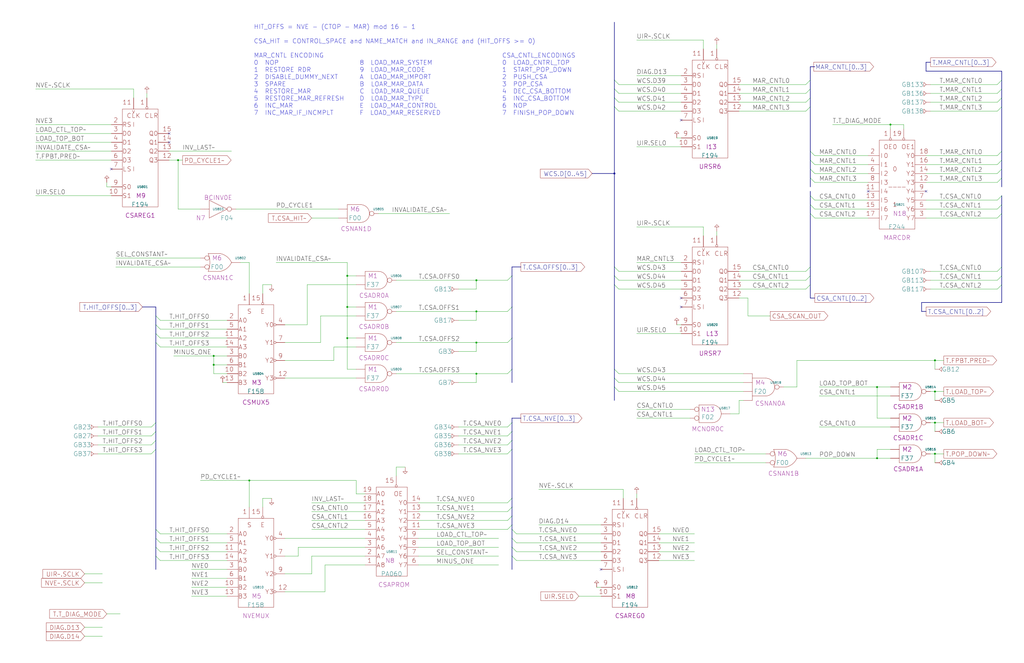
<source format=kicad_sch>
(kicad_sch (version 20211123) (generator eeschema)
  (paper "User" 584.2 378.46)
  (title_block (title "WRITABLE CONTROL STORE\\nCSA CONTROL") (date "15-MAR-90") (rev "1.0") (comment 1 "TYPE") (comment 2 "232-003062") (comment 3 "S400") (comment 4 "RELEASED"))
  (junction (at 198.12 157.48))
  (junction (at 271.78 160.02))
  (junction (at 271.78 195.58))
  (junction (at 142.24 274.32))
  (junction (at 198.12 175.26))
  (junction (at 121.92 208.28))
  (junction (at 271.78 213.36))
  (junction (at 198.12 193.04))
  (junction (at 271.78 177.8))
  (junction (at 350.52 99.06))
  (junction (at 121.92 203.2))
  (junction (at 533.4 205.74))
  (junction (at 533.4 241.3))
  (junction (at 533.4 259.08))
  (junction (at 500.38 261.62))
  (junction (at 508 71.12))
  (junction (at 533.4 223.52))
  (junction (at 101.6 91.44))
  (junction (at 500.38 220.98))
  (no_connect (at 63.5 96.52))
  (no_connect (at 388.62 170.18))
  (no_connect (at 388.62 175.26))
  (no_connect (at 96.52 76.2))
  (no_connect (at 96.52 81.28))
  (no_connect (at 388.62 68.58))
  (no_connect (at 342.9 325.12))
  (no_connect (at 495.3 109.22))
  (no_connect (at 528.32 109.22))
  (bus_entry (at 462.28 96.52) (size 2.54 2.54))
  (bus_entry (at 350.52 157.48) (size 2.54 2.54))
  (bus_entry (at 462.28 86.36) (size 2.54 2.54))
  (bus_entry (at 88.9 307.34) (size 2.54 2.54))
  (bus_entry (at 462.28 111.76) (size 2.54 2.54))
  (bus_entry (at 462.28 162.56) (size -2.54 2.54))
  (bus_entry (at 292.1 299.72) (size -2.54 2.54))
  (bus_entry (at 292.1 246.38) (size -2.54 2.54))
  (bus_entry (at 462.28 91.44) (size 2.54 2.54))
  (bus_entry (at 350.52 60.96) (size 2.54 2.54))
  (bus_entry (at 462.28 101.6) (size 2.54 2.54))
  (bus_entry (at 350.52 55.88) (size 2.54 2.54))
  (bus_entry (at 88.9 180.34) (size 2.54 2.54))
  (bus_entry (at 571.5 96.52) (size -2.54 2.54))
  (bus_entry (at 88.9 312.42) (size 2.54 2.54))
  (bus_entry (at 350.52 45.72) (size 2.54 2.54))
  (bus_entry (at 88.9 241.3) (size -2.54 2.54))
  (bus_entry (at 571.5 116.84) (size -2.54 2.54))
  (bus_entry (at 571.5 157.48) (size -2.54 2.54))
  (bus_entry (at 292.1 312.42) (size 2.54 2.54))
  (bus_entry (at 350.52 50.8) (size 2.54 2.54))
  (bus_entry (at 462.28 152.4) (size -2.54 2.54))
  (bus_entry (at 571.5 91.44) (size -2.54 2.54))
  (bus_entry (at 88.9 185.42) (size 2.54 2.54))
  (bus_entry (at 292.1 256.54) (size -2.54 2.54))
  (bus_entry (at 571.5 121.92) (size -2.54 2.54))
  (bus_entry (at 292.1 307.34) (size 2.54 2.54))
  (bus_entry (at 88.9 317.5) (size 2.54 2.54))
  (bus_entry (at 88.9 190.5) (size 2.54 2.54))
  (bus_entry (at 292.1 289.56) (size -2.54 2.54))
  (bus_entry (at 571.5 50.8) (size -2.54 2.54))
  (bus_entry (at 571.5 55.88) (size -2.54 2.54))
  (bus_entry (at 571.5 111.76) (size -2.54 2.54))
  (bus_entry (at 462.28 60.96) (size -2.54 2.54))
  (bus_entry (at 88.9 246.38) (size -2.54 2.54))
  (bus_entry (at 350.52 162.56) (size 2.54 2.54))
  (bus_entry (at 571.5 152.4) (size -2.54 2.54))
  (bus_entry (at 292.1 294.64) (size -2.54 2.54))
  (bus_entry (at 350.52 220.98) (size 2.54 2.54))
  (bus_entry (at 88.9 251.46) (size -2.54 2.54))
  (bus_entry (at 462.28 50.8) (size -2.54 2.54))
  (bus_entry (at 292.1 241.3) (size -2.54 2.54))
  (bus_entry (at 350.52 215.9) (size 2.54 2.54))
  (bus_entry (at 292.1 251.46) (size -2.54 2.54))
  (bus_entry (at 571.5 101.6) (size -2.54 2.54))
  (bus_entry (at 292.1 317.5) (size 2.54 2.54))
  (bus_entry (at 571.5 45.72) (size -2.54 2.54))
  (bus_entry (at 571.5 162.56) (size -2.54 2.54))
  (bus_entry (at 571.5 86.36) (size -2.54 2.54))
  (bus_entry (at 350.52 210.82) (size 2.54 2.54))
  (bus_entry (at 462.28 121.92) (size 2.54 2.54))
  (bus_entry (at 462.28 55.88) (size -2.54 2.54))
  (bus_entry (at 292.1 302.26) (size 2.54 2.54))
  (bus_entry (at 88.9 302.26) (size 2.54 2.54))
  (bus_entry (at 88.9 256.54) (size -2.54 2.54))
  (bus_entry (at 462.28 116.84) (size 2.54 2.54))
  (bus_entry (at 462.28 45.72) (size -2.54 2.54))
  (bus_entry (at 88.9 195.58) (size 2.54 2.54))
  (bus_entry (at 292.1 157.48) (size -2.54 2.54))
  (bus_entry (at 292.1 175.26) (size -2.54 2.54))
  (bus_entry (at 292.1 193.04) (size -2.54 2.54))
  (bus_entry (at 292.1 210.82) (size -2.54 2.54))
  (bus_entry (at 571.5 60.96) (size -2.54 2.54))
  (bus_entry (at 292.1 284.48) (size -2.54 2.54))
  (bus_entry (at 350.52 152.4) (size 2.54 2.54))
  (bus_entry (at 462.28 157.48) (size -2.54 2.54))
  (wire (pts (xy 96.52 86.36) (xy 132.08 86.36)))
  (wire (pts (xy 375.92 304.8) (xy 396.24 304.8)))
  (bus (pts (xy 462.28 152.4) (xy 462.28 157.48)))
  (wire (pts (xy 226.06 177.8) (xy 271.78 177.8)))
  (wire (pts (xy 271.78 177.8) (xy 289.56 177.8)))
  (bus (pts (xy 88.9 317.5) (xy 88.9 325.12)))
  (wire (pts (xy 48.26 327.66) (xy 58.42 327.66)))
  (wire (pts (xy 109.22 325.12) (xy 129.54 325.12)))
  (wire (pts (xy 121.92 208.28) (xy 129.54 208.28)))
  (wire (pts (xy 215.9 121.92) (xy 256.54 121.92)))
  (bus (pts (xy 350.52 157.48) (xy 350.52 162.56)))
  (bus (pts (xy 571.5 152.4) (xy 571.5 157.48)))
  (bus (pts (xy 88.9 190.5) (xy 88.9 195.58)))
  (wire (pts (xy 91.44 198.12) (xy 129.54 198.12)))
  (wire (pts (xy 20.32 81.28) (xy 63.5 81.28)))
  (bus (pts (xy 571.5 60.96) (xy 571.5 86.36)))
  (wire (pts (xy 421.64 53.34) (xy 459.74 53.34)))
  (wire (pts (xy 198.12 193.04) (xy 203.2 193.04)))
  (wire (pts (xy 386.08 78.74) (xy 388.62 78.74)))
  (wire (pts (xy 48.26 363.22) (xy 58.42 363.22)))
  (wire (pts (xy 530.86 223.52) (xy 533.4 223.52)))
  (wire (pts (xy 533.4 223.52) (xy 538.48 223.52)))
  (wire (pts (xy 530.86 53.34) (xy 568.96 53.34)))
  (bus (pts (xy 88.9 241.3) (xy 88.9 246.38)))
  (bus (pts (xy 292.1 193.04) (xy 292.1 210.82)))
  (wire (pts (xy 177.8 287.02) (xy 208.28 287.02)))
  (wire (pts (xy 198.12 175.26) (xy 203.2 175.26)))
  (bus (pts (xy 337.82 99.06) (xy 350.52 99.06)))
  (wire (pts (xy 162.56 327.66) (xy 177.8 327.66)))
  (wire (pts (xy 177.8 317.5) (xy 208.28 317.5)))
  (wire (pts (xy 177.8 327.66) (xy 177.8 317.5)))
  (wire (pts (xy 20.32 91.44) (xy 63.5 91.44)))
  (wire (pts (xy 363.22 233.68) (xy 393.7 233.68)))
  (wire (pts (xy 261.62 165.1) (xy 271.78 165.1)))
  (wire (pts (xy 271.78 165.1) (xy 271.78 160.02)))
  (bus (pts (xy 462.28 91.44) (xy 462.28 96.52)))
  (wire (pts (xy 464.82 124.46) (xy 495.3 124.46)))
  (wire (pts (xy 353.06 63.5) (xy 388.62 63.5)))
  (wire (pts (xy 48.26 358.14) (xy 58.42 358.14)))
  (wire (pts (xy 528.32 114.3) (xy 568.96 114.3)))
  (bus (pts (xy 88.9 180.34) (xy 88.9 185.42)))
  (wire (pts (xy 396.24 264.16) (xy 436.88 264.16)))
  (bus (pts (xy 528.32 35.56) (xy 528.32 40.64)))
  (bus (pts (xy 528.32 40.64) (xy 571.5 40.64)))
  (bus (pts (xy 530.86 35.56) (xy 528.32 35.56)))
  (bus (pts (xy 571.5 40.64) (xy 571.5 45.72)))
  (wire (pts (xy 261.62 218.44) (xy 271.78 218.44)))
  (wire (pts (xy 271.78 218.44) (xy 271.78 213.36)))
  (wire (pts (xy 408.94 25.4) (xy 408.94 27.94)))
  (wire (pts (xy 528.32 93.98) (xy 568.96 93.98)))
  (bus (pts (xy 350.52 12.7) (xy 350.52 45.72)))
  (bus (pts (xy 350.52 99.06) (xy 350.52 152.4)))
  (bus (pts (xy 462.28 162.56) (xy 462.28 170.18)))
  (bus (pts (xy 88.9 302.26) (xy 88.9 307.34)))
  (wire (pts (xy 530.86 58.42) (xy 568.96 58.42)))
  (bus (pts (xy 88.9 195.58) (xy 88.9 241.3)))
  (wire (pts (xy 353.06 53.34) (xy 388.62 53.34)))
  (wire (pts (xy 459.74 261.62) (xy 500.38 261.62)))
  (wire (pts (xy 500.38 261.62) (xy 508 261.62)))
  (wire (pts (xy 226.06 213.36) (xy 271.78 213.36)))
  (wire (pts (xy 271.78 213.36) (xy 289.56 213.36)))
  (wire (pts (xy 375.92 309.88) (xy 396.24 309.88)))
  (wire (pts (xy 91.44 304.8) (xy 129.54 304.8)))
  (wire (pts (xy 294.64 304.8) (xy 342.9 304.8)))
  (bus (pts (xy 571.5 45.72) (xy 571.5 50.8)))
  (wire (pts (xy 421.64 160.02) (xy 459.74 160.02)))
  (wire (pts (xy 231.14 266.7) (xy 226.06 266.7)))
  (wire (pts (xy 238.76 302.26) (xy 289.56 302.26)))
  (wire (pts (xy 353.06 218.44) (xy 424.18 218.44)))
  (bus (pts (xy 88.9 307.34) (xy 88.9 312.42)))
  (wire (pts (xy 467.36 220.98) (xy 500.38 220.98)))
  (wire (pts (xy 500.38 220.98) (xy 508 220.98)))
  (wire (pts (xy 109.22 335.28) (xy 129.54 335.28)))
  (bus (pts (xy 88.9 256.54) (xy 88.9 302.26)))
  (wire (pts (xy 530.86 63.5) (xy 568.96 63.5)))
  (wire (pts (xy 353.06 48.26) (xy 388.62 48.26)))
  (bus (pts (xy 88.9 312.42) (xy 88.9 317.5)))
  (wire (pts (xy 528.32 88.9) (xy 568.96 88.9)))
  (wire (pts (xy 464.82 88.9) (xy 495.3 88.9)))
  (bus (pts (xy 350.52 162.56) (xy 350.52 210.82)))
  (wire (pts (xy 528.32 119.38) (xy 568.96 119.38)))
  (bus (pts (xy 571.5 157.48) (xy 571.5 162.56)))
  (wire (pts (xy 66.04 147.32) (xy 114.3 147.32)))
  (wire (pts (xy 464.82 119.38) (xy 495.3 119.38)))
  (bus (pts (xy 81.28 175.26) (xy 88.9 175.26)))
  (bus (pts (xy 88.9 175.26) (xy 88.9 180.34)))
  (wire (pts (xy 261.62 248.92) (xy 289.56 248.92)))
  (bus (pts (xy 292.1 256.54) (xy 292.1 284.48)))
  (bus (pts (xy 350.52 50.8) (xy 350.52 55.88)))
  (wire (pts (xy 182.88 180.34) (xy 182.88 195.58)))
  (wire (pts (xy 182.88 195.58) (xy 162.56 195.58)))
  (wire (pts (xy 203.2 180.34) (xy 182.88 180.34)))
  (wire (pts (xy 353.06 160.02) (xy 388.62 160.02)))
  (wire (pts (xy 20.32 71.12) (xy 63.5 71.12)))
  (wire (pts (xy 60.96 104.14) (xy 60.96 106.68)))
  (wire (pts (xy 60.96 106.68) (xy 63.5 106.68)))
  (bus (pts (xy 292.1 312.42) (xy 292.1 317.5)))
  (wire (pts (xy 48.26 332.74) (xy 58.42 332.74)))
  (wire (pts (xy 121.92 208.28) (xy 121.92 203.2)))
  (wire (pts (xy 121.92 213.36) (xy 121.92 208.28)))
  (wire (pts (xy 129.54 213.36) (xy 121.92 213.36)))
  (wire (pts (xy 177.8 124.46) (xy 193.04 124.46)))
  (bus (pts (xy 292.1 246.38) (xy 292.1 251.46)))
  (wire (pts (xy 530.86 241.3) (xy 533.4 241.3)))
  (wire (pts (xy 533.4 241.3) (xy 538.48 241.3)))
  (bus (pts (xy 571.5 162.56) (xy 571.5 172.72)))
  (wire (pts (xy 528.32 99.06) (xy 568.96 99.06)))
  (wire (pts (xy 353.06 58.42) (xy 388.62 58.42)))
  (bus (pts (xy 462.28 45.72) (xy 462.28 50.8)))
  (wire (pts (xy 533.4 205.74) (xy 533.4 210.82)))
  (wire (pts (xy 91.44 193.04) (xy 129.54 193.04)))
  (wire (pts (xy 353.06 223.52) (xy 424.18 223.52)))
  (wire (pts (xy 363.22 190.5) (xy 388.62 190.5)))
  (bus (pts (xy 571.5 96.52) (xy 571.5 101.6)))
  (bus (pts (xy 292.1 152.4) (xy 292.1 157.48)))
  (bus (pts (xy 297.18 152.4) (xy 292.1 152.4)))
  (wire (pts (xy 238.76 322.58) (xy 284.48 322.58)))
  (bus (pts (xy 571.5 55.88) (xy 571.5 60.96)))
  (wire (pts (xy 157.48 149.86) (xy 198.12 149.86)))
  (wire (pts (xy 198.12 149.86) (xy 198.12 157.48)))
  (wire (pts (xy 198.12 157.48) (xy 198.12 175.26)))
  (wire (pts (xy 198.12 175.26) (xy 198.12 193.04)))
  (wire (pts (xy 198.12 193.04) (xy 198.12 210.82)))
  (wire (pts (xy 198.12 210.82) (xy 203.2 210.82)))
  (wire (pts (xy 55.88 248.92) (xy 86.36 248.92)))
  (wire (pts (xy 528.32 124.46) (xy 568.96 124.46)))
  (wire (pts (xy 185.42 322.58) (xy 185.42 337.82)))
  (wire (pts (xy 185.42 337.82) (xy 162.56 337.82)))
  (wire (pts (xy 208.28 322.58) (xy 185.42 322.58)))
  (bus (pts (xy 350.52 215.9) (xy 350.52 220.98)))
  (wire (pts (xy 238.76 312.42) (xy 284.48 312.42)))
  (wire (pts (xy 55.88 243.84) (xy 86.36 243.84)))
  (wire (pts (xy 363.22 149.86) (xy 388.62 149.86)))
  (bus (pts (xy 462.28 116.84) (xy 462.28 121.92)))
  (wire (pts (xy 363.22 22.86) (xy 401.32 22.86)))
  (wire (pts (xy 401.32 22.86) (xy 401.32 27.94)))
  (wire (pts (xy 421.64 165.1) (xy 459.74 165.1)))
  (bus (pts (xy 571.5 116.84) (xy 571.5 121.92)))
  (wire (pts (xy 261.62 254) (xy 289.56 254)))
  (wire (pts (xy 307.34 299.72) (xy 342.9 299.72)))
  (wire (pts (xy 83.82 53.34) (xy 83.82 55.88)))
  (wire (pts (xy 307.34 279.4) (xy 355.6 279.4)))
  (wire (pts (xy 355.6 279.4) (xy 355.6 284.48)))
  (bus (pts (xy 462.28 96.52) (xy 462.28 101.6)))
  (wire (pts (xy 426.72 170.18) (xy 421.64 170.18)))
  (wire (pts (xy 426.72 180.34) (xy 426.72 170.18)))
  (wire (pts (xy 439.42 180.34) (xy 426.72 180.34)))
  (wire (pts (xy 533.4 241.3) (xy 533.4 246.38)))
  (wire (pts (xy 363.22 129.54) (xy 401.32 129.54)))
  (wire (pts (xy 401.32 129.54) (xy 401.32 134.62)))
  (bus (pts (xy 462.28 109.22) (xy 462.28 111.76)))
  (bus (pts (xy 462.28 170.18) (xy 464.82 170.18)))
  (wire (pts (xy 60.96 350.52) (xy 68.58 350.52)))
  (wire (pts (xy 530.86 154.94) (xy 568.96 154.94)))
  (wire (pts (xy 149.86 284.48) (xy 149.86 289.56)))
  (wire (pts (xy 154.94 284.48) (xy 149.86 284.48)))
  (wire (pts (xy 20.32 76.2) (xy 63.5 76.2)))
  (wire (pts (xy 500.38 256.54) (xy 500.38 261.62)))
  (wire (pts (xy 508 256.54) (xy 500.38 256.54)))
  (wire (pts (xy 464.82 93.98) (xy 495.3 93.98)))
  (bus (pts (xy 462.28 101.6) (xy 462.28 106.68)))
  (wire (pts (xy 353.06 213.36) (xy 424.18 213.36)))
  (bus (pts (xy 292.1 251.46) (xy 292.1 256.54)))
  (bus (pts (xy 462.28 50.8) (xy 462.28 55.88)))
  (wire (pts (xy 294.64 314.96) (xy 342.9 314.96)))
  (wire (pts (xy 363.22 83.82) (xy 388.62 83.82)))
  (wire (pts (xy 91.44 320.04) (xy 129.54 320.04)))
  (wire (pts (xy 261.62 182.88) (xy 271.78 182.88)))
  (wire (pts (xy 271.78 182.88) (xy 271.78 177.8)))
  (wire (pts (xy 375.92 320.04) (xy 396.24 320.04)))
  (bus (pts (xy 292.1 241.3) (xy 292.1 246.38)))
  (wire (pts (xy 330.2 340.36) (xy 342.9 340.36)))
  (wire (pts (xy 528.32 104.14) (xy 568.96 104.14)))
  (wire (pts (xy 238.76 307.34) (xy 284.48 307.34)))
  (bus (pts (xy 350.52 55.88) (xy 350.52 60.96)))
  (bus (pts (xy 571.5 121.92) (xy 571.5 152.4)))
  (bus (pts (xy 350.52 60.96) (xy 350.52 99.06)))
  (wire (pts (xy 20.32 86.36) (xy 63.5 86.36)))
  (wire (pts (xy 238.76 317.5) (xy 284.48 317.5)))
  (bus (pts (xy 462.28 60.96) (xy 462.28 86.36)))
  (wire (pts (xy 226.06 160.02) (xy 271.78 160.02)))
  (wire (pts (xy 271.78 160.02) (xy 289.56 160.02)))
  (bus (pts (xy 462.28 38.1) (xy 462.28 45.72)))
  (bus (pts (xy 462.28 38.1) (xy 464.82 38.1)))
  (wire (pts (xy 20.32 111.76) (xy 63.5 111.76)))
  (bus (pts (xy 462.28 121.92) (xy 462.28 152.4)))
  (wire (pts (xy 261.62 259.08) (xy 289.56 259.08)))
  (bus (pts (xy 292.1 210.82) (xy 292.1 218.44)))
  (wire (pts (xy 294.64 309.88) (xy 342.9 309.88)))
  (wire (pts (xy 114.3 274.32) (xy 142.24 274.32)))
  (wire (pts (xy 142.24 274.32) (xy 142.24 289.56)))
  (bus (pts (xy 571.5 50.8) (xy 571.5 55.88)))
  (wire (pts (xy 66.04 152.4) (xy 114.3 152.4)))
  (wire (pts (xy 142.24 274.32) (xy 203.2 274.32)))
  (wire (pts (xy 203.2 274.32) (xy 203.2 281.94)))
  (wire (pts (xy 203.2 281.94) (xy 208.28 281.94)))
  (wire (pts (xy 96.52 91.44) (xy 101.6 91.44)))
  (wire (pts (xy 101.6 91.44) (xy 104.14 91.44)))
  (wire (pts (xy 175.26 162.56) (xy 175.26 185.42)))
  (wire (pts (xy 175.26 185.42) (xy 162.56 185.42)))
  (wire (pts (xy 203.2 162.56) (xy 175.26 162.56)))
  (wire (pts (xy 533.4 259.08) (xy 533.4 264.16)))
  (wire (pts (xy 226.06 195.58) (xy 271.78 195.58)))
  (wire (pts (xy 271.78 195.58) (xy 289.56 195.58)))
  (wire (pts (xy 109.22 340.36) (xy 129.54 340.36)))
  (wire (pts (xy 91.44 187.96) (xy 129.54 187.96)))
  (bus (pts (xy 350.52 152.4) (xy 350.52 157.48)))
  (wire (pts (xy 149.86 162.56) (xy 154.94 162.56)))
  (wire (pts (xy 149.86 167.64) (xy 149.86 162.56)))
  (bus (pts (xy 462.28 111.76) (xy 462.28 116.84)))
  (wire (pts (xy 454.66 205.74) (xy 454.66 220.98)))
  (wire (pts (xy 454.66 220.98) (xy 447.04 220.98)))
  (wire (pts (xy 533.4 205.74) (xy 454.66 205.74)))
  (wire (pts (xy 538.48 205.74) (xy 533.4 205.74)))
  (wire (pts (xy 467.36 226.06) (xy 508 226.06)))
  (wire (pts (xy 530.86 165.1) (xy 568.96 165.1)))
  (bus (pts (xy 292.1 238.76) (xy 292.1 241.3)))
  (bus (pts (xy 297.18 238.76) (xy 292.1 238.76)))
  (bus (pts (xy 571.5 101.6) (xy 571.5 106.68)))
  (wire (pts (xy 416.56 236.22) (xy 421.64 236.22)))
  (wire (pts (xy 421.64 228.6) (xy 424.18 228.6)))
  (wire (pts (xy 421.64 236.22) (xy 421.64 228.6)))
  (wire (pts (xy 530.86 48.26) (xy 568.96 48.26)))
  (wire (pts (xy 162.56 307.34) (xy 208.28 307.34)))
  (wire (pts (xy 238.76 287.02) (xy 289.56 287.02)))
  (wire (pts (xy 134.62 119.38) (xy 193.04 119.38)))
  (bus (pts (xy 88.9 246.38) (xy 88.9 251.46)))
  (wire (pts (xy 91.44 182.88) (xy 129.54 182.88)))
  (wire (pts (xy 177.8 302.26) (xy 208.28 302.26)))
  (bus (pts (xy 462.28 157.48) (xy 462.28 162.56)))
  (bus (pts (xy 292.1 175.26) (xy 292.1 193.04)))
  (wire (pts (xy 55.88 254) (xy 86.36 254)))
  (wire (pts (xy 190.5 198.12) (xy 190.5 205.74)))
  (wire (pts (xy 190.5 205.74) (xy 162.56 205.74)))
  (wire (pts (xy 203.2 198.12) (xy 190.5 198.12)))
  (wire (pts (xy 261.62 243.84) (xy 289.56 243.84)))
  (bus (pts (xy 88.9 185.42) (xy 88.9 190.5)))
  (bus (pts (xy 292.1 317.5) (xy 292.1 325.12)))
  (wire (pts (xy 530.86 259.08) (xy 533.4 259.08)))
  (wire (pts (xy 533.4 259.08) (xy 538.48 259.08)))
  (wire (pts (xy 127 218.44) (xy 129.54 218.44)))
  (bus (pts (xy 292.1 289.56) (xy 292.1 294.64)))
  (bus (pts (xy 292.1 157.48) (xy 292.1 175.26)))
  (wire (pts (xy 474.98 71.12) (xy 508 71.12)))
  (wire (pts (xy 508 71.12) (xy 515.62 71.12)))
  (wire (pts (xy 515.62 71.12) (xy 515.62 73.66)))
  (bus (pts (xy 462.28 55.88) (xy 462.28 60.96)))
  (wire (pts (xy 170.18 312.42) (xy 170.18 317.5)))
  (wire (pts (xy 170.18 317.5) (xy 162.56 317.5)))
  (wire (pts (xy 208.28 312.42) (xy 170.18 312.42)))
  (wire (pts (xy 363.22 43.18) (xy 388.62 43.18)))
  (bus (pts (xy 571.5 86.36) (xy 571.5 91.44)))
  (wire (pts (xy 340.36 335.28) (xy 342.9 335.28)))
  (wire (pts (xy 508 71.12) (xy 508 73.66)))
  (bus (pts (xy 292.1 307.34) (xy 292.1 312.42)))
  (wire (pts (xy 294.64 320.04) (xy 342.9 320.04)))
  (wire (pts (xy 464.82 104.14) (xy 495.3 104.14)))
  (wire (pts (xy 91.44 314.96) (xy 129.54 314.96)))
  (wire (pts (xy 533.4 223.52) (xy 533.4 228.6)))
  (wire (pts (xy 137.16 149.86) (xy 142.24 149.86)))
  (wire (pts (xy 142.24 149.86) (xy 142.24 167.64)))
  (bus (pts (xy 571.5 91.44) (xy 571.5 96.52)))
  (wire (pts (xy 467.36 243.84) (xy 508 243.84)))
  (wire (pts (xy 363.22 281.94) (xy 363.22 284.48)))
  (bus (pts (xy 462.28 86.36) (xy 462.28 91.44)))
  (wire (pts (xy 421.64 63.5) (xy 459.74 63.5)))
  (wire (pts (xy 238.76 292.1) (xy 289.56 292.1)))
  (wire (pts (xy 386.08 185.42) (xy 388.62 185.42)))
  (wire (pts (xy 20.32 50.8) (xy 76.2 50.8)))
  (wire (pts (xy 76.2 50.8) (xy 76.2 55.88)))
  (wire (pts (xy 99.06 203.2) (xy 121.92 203.2)))
  (wire (pts (xy 121.92 203.2) (xy 129.54 203.2)))
  (wire (pts (xy 421.64 48.26) (xy 459.74 48.26)))
  (bus (pts (xy 292.1 302.26) (xy 292.1 307.34)))
  (wire (pts (xy 55.88 259.08) (xy 86.36 259.08)))
  (wire (pts (xy 162.56 215.9) (xy 203.2 215.9)))
  (bus (pts (xy 525.78 172.72) (xy 571.5 172.72)))
  (bus (pts (xy 525.78 177.8) (xy 525.78 172.72)))
  (bus (pts (xy 528.32 177.8) (xy 525.78 177.8)))
  (bus (pts (xy 571.5 111.76) (xy 571.5 116.84)))
  (wire (pts (xy 464.82 99.06) (xy 495.3 99.06)))
  (wire (pts (xy 177.8 292.1) (xy 208.28 292.1)))
  (wire (pts (xy 408.94 132.08) (xy 408.94 134.62)))
  (bus (pts (xy 350.52 45.72) (xy 350.52 50.8)))
  (bus (pts (xy 88.9 251.46) (xy 88.9 256.54)))
  (wire (pts (xy 198.12 157.48) (xy 203.2 157.48)))
  (wire (pts (xy 421.64 58.42) (xy 459.74 58.42)))
  (wire (pts (xy 464.82 114.3) (xy 495.3 114.3)))
  (bus (pts (xy 350.52 210.82) (xy 350.52 215.9)))
  (wire (pts (xy 530.86 160.02) (xy 568.96 160.02)))
  (wire (pts (xy 375.92 314.96) (xy 396.24 314.96)))
  (bus (pts (xy 292.1 299.72) (xy 292.1 302.26)))
  (wire (pts (xy 500.38 238.76) (xy 500.38 220.98)))
  (wire (pts (xy 508 238.76) (xy 500.38 238.76)))
  (wire (pts (xy 353.06 165.1) (xy 388.62 165.1)))
  (wire (pts (xy 101.6 119.38) (xy 101.6 91.44)))
  (wire (pts (xy 114.3 119.38) (xy 101.6 119.38)))
  (bus (pts (xy 350.52 220.98) (xy 350.52 228.6)))
  (wire (pts (xy 109.22 330.2) (xy 129.54 330.2)))
  (wire (pts (xy 226.06 266.7) (xy 226.06 271.78)))
  (wire (pts (xy 91.44 309.88) (xy 129.54 309.88)))
  (bus (pts (xy 292.1 294.64) (xy 292.1 299.72)))
  (wire (pts (xy 261.62 200.66) (xy 271.78 200.66)))
  (wire (pts (xy 271.78 200.66) (xy 271.78 195.58)))
  (wire (pts (xy 353.06 154.94) (xy 388.62 154.94)))
  (wire (pts (xy 421.64 154.94) (xy 459.74 154.94)))
  (wire (pts (xy 363.22 238.76) (xy 393.7 238.76)))
  (wire (pts (xy 396.24 259.08) (xy 436.88 259.08)))
  (wire (pts (xy 177.8 297.18) (xy 208.28 297.18)))
  (bus (pts (xy 292.1 284.48) (xy 292.1 289.56)))
  (wire (pts (xy 238.76 297.18) (xy 289.56 297.18)))
  (text "HIT_OFFS = NVE - (CTOP - MAR) mod 16 - 1 \n \nCSA_HIT = CONTROL_SPACE and NAME_MATCH and IN_RANGE and (HIT_OFFS >= 0) \n \nMAR_CNTL ENCODING 										CSA_CNTL_ENCODINGS\n0  NOP                 	8  LOAD_MAR_SYSTEM             	0  LOAD_CNTRL_TOP\n1  RESTORE RDR         	9  LOAD_MAR_CODE               	1  START_POP_DOWN\n2  DISABLE_DUMMY_NEXT  	A  LOAD_MAR_IMPORT             	2  PUSH_CSA\n3  SPARE               	B  LOAR_MAR_DATA               	3  POP_CSA\n4  RESTORE_MAR         	C  LOAD_MAR_QUEUE              	4  DEC_CSA_BOTTOM\n5  RESTORE_MAR_REFRESH 	D  LOAD_MAR_TYPE               	5  INC_CSA_BOTTOM\n6  INC_MAR             	E  LOAD_MAR_CONTROL            	6  NOP\n7  INC_MAR_IF_INCMPLT  	F  LOAD_MAR_RESERVED           	7  FINISH_POP_DOWN\n" (at 144.78 66.04 0) (effects (font (size 2.54 2.54)) (justify left bottom)))
  (label "T.CSA_NVE2" (at 307.34 314.96 0) (effects (font (size 2.54 2.54))))
  (label "T.MAR_CNTL0" (at 535.94 88.9 0) (effects (font (size 2.54 2.54))))
  (label "PD_CYCLE1" (at 157.48 119.38 0) (effects (font (size 2.54 2.54))))
  (label "T.CSA.OFFS3" (at 238.76 213.36 0) (effects (font (size 2.54 2.54))))
  (label "T.MAR_CNTL0" (at 535.94 48.26 0) (effects (font (size 2.54 2.54))))
  (label "T.CSA_NVE2" (at 248.92 297.18 0) (effects (font (size 2.54 2.54))))
  (label "CSA_CNTL0" (at 177.8 292.1 0) (effects (font (size 2.54 2.54))))
  (label "T.CSA_NVE1" (at 307.34 309.88 0) (effects (font (size 2.54 2.54))))
  (label "PD_CYCLE1~" (at 114.3 274.32 0) (effects (font (size 2.54 2.54))))
  (label "T.CSA_NVE1" (at 248.92 292.1 0) (effects (font (size 2.54 2.54))))
  (label "INVALIDATE_CSA~" (at 223.52 121.92 0) (effects (font (size 2.54 2.54))))
  (label "NVE1" (at 383.54 309.88 0) (effects (font (size 2.54 2.54))))
  (label "T.HIT_OFFS1" (at 58.42 248.92 0) (effects (font (size 2.54 2.54))))
  (label "T.CSA_NVE2" (at 264.16 254 0) (effects (font (size 2.54 2.54))))
  (label "T.MAR_CNTL1" (at 535.94 53.34 0) (effects (font (size 2.54 2.54))))
  (label "NVE2" (at 383.54 314.96 0) (effects (font (size 2.54 2.54))))
  (label "T.CSA_CNTL2" (at 535.94 165.1 0) (effects (font (size 2.54 2.54))))
  (label "T.CSA_NVE0" (at 248.92 287.02 0) (effects (font (size 2.54 2.54))))
  (label "T.CSA_CNTL1" (at 535.94 119.38 0) (effects (font (size 2.54 2.54))))
  (label "T.CSA_NVE1" (at 264.16 248.92 0) (effects (font (size 2.54 2.54))))
  (label "NVE~.SCLK" (at 307.34 279.4 0) (effects (font (size 2.54 2.54))))
  (label "T.MAR_CNTL2" (at 535.94 58.42 0) (effects (font (size 2.54 2.54))))
  (label "NVE3" (at 20.32 71.12 0) (effects (font (size 2.54 2.54))))
  (label "T.CSA_NVE0" (at 264.16 243.84 0) (effects (font (size 2.54 2.54))))
  (label "CSA_CNTL0" (at 467.36 114.3 0) (effects (font (size 2.54 2.54))))
  (label "LOAD_TOP_BOT" (at 467.36 220.98 0) (effects (font (size 2.54 2.54))))
  (label "T.CSA_CNTL0" (at 535.94 114.3 0) (effects (font (size 2.54 2.54))))
  (label "CSA_CNTL2" (at 467.36 124.46 0) (effects (font (size 2.54 2.54))))
  (label "T.HIT_OFFS3" (at 96.52 198.12 0) (effects (font (size 2.54 2.54))))
  (label "T.HIT_OFFS2" (at 96.52 193.04 0) (effects (font (size 2.54 2.54))))
  (label "LOAD_CTL_TOP~" (at 20.32 76.2 0) (effects (font (size 2.54 2.54))))
  (label "CSA_CNTL0" (at 429.26 154.94 0) (effects (font (size 2.54 2.54))))
  (label "T.HIT_OFFS2" (at 96.52 314.96 0) (effects (font (size 2.54 2.54))))
  (label "T.HIT_OFFS3" (at 96.52 320.04 0) (effects (font (size 2.54 2.54))))
  (label "T.T_DIAG_MODE" (at 474.98 71.12 0) (effects (font (size 2.54 2.54))))
  (label "DIAG.D13" (at 363.22 43.18 0) (effects (font (size 2.54 2.54))))
  (label "WCS.D40" (at 363.22 53.34 0) (effects (font (size 2.54 2.54))))
  (label "CSA_CNTL1" (at 429.26 160.02 0) (effects (font (size 2.54 2.54))))
  (label "POP_DOWN" (at 467.36 261.62 0) (effects (font (size 2.54 2.54))))
  (label "MAR_CNTL1" (at 467.36 93.98 0) (effects (font (size 2.54 2.54))))
  (label "NVE0" (at 109.22 325.12 0) (effects (font (size 2.54 2.54))))
  (label "T.CSA_NVE0" (at 307.34 304.8 0) (effects (font (size 2.54 2.54))))
  (label "T.CSA_NVE3" (at 248.92 302.26 0) (effects (font (size 2.54 2.54))))
  (label "T.CSA.OFFS0" (at 238.76 160.02 0) (effects (font (size 2.54 2.54))))
  (label "MAR_CNTL1" (at 429.26 53.34 0) (effects (font (size 2.54 2.54))))
  (label "T.MAR_CNTL3" (at 535.94 63.5 0) (effects (font (size 2.54 2.54))))
  (label "T.HIT_OFFS1" (at 96.52 187.96 0) (effects (font (size 2.54 2.54))))
  (label "T.CSA_CNTL0" (at 535.94 154.94 0) (effects (font (size 2.54 2.54))))
  (label "WCS.D42" (at 363.22 63.5 0) (effects (font (size 2.54 2.54))))
  (label "WCS.D41" (at 363.22 58.42 0) (effects (font (size 2.54 2.54))))
  (label "UIR~.SCLK" (at 363.22 129.54 0) (effects (font (size 2.54 2.54))))
  (label "MAR_CNTL3" (at 429.26 63.5 0) (effects (font (size 2.54 2.54))))
  (label "T.FPBT.PRED~" (at 20.32 91.44 0) (effects (font (size 2.54 2.54))))
  (label "T.HIT_OFFS0" (at 96.52 304.8 0) (effects (font (size 2.54 2.54))))
  (label "MINUS_ONE" (at 99.06 203.2 0) (effects (font (size 2.54 2.54))))
  (label "T.HIT_OFFS0" (at 58.42 243.84 0) (effects (font (size 2.54 2.54))))
  (label "LOAD_TOP_BOT" (at 20.32 81.28 0) (effects (font (size 2.54 2.54))))
  (label "SEL_CONSTANT~" (at 248.92 317.5 0) (effects (font (size 2.54 2.54))))
  (label "T.CSA_CNTL1" (at 535.94 160.02 0) (effects (font (size 2.54 2.54))))
  (label "MAR_CNTL3" (at 467.36 104.14 0) (effects (font (size 2.54 2.54))))
  (label "UIR~.SCLK" (at 363.22 22.86 0) (effects (font (size 2.54 2.54))))
  (label "NVE0" (at 383.54 304.8 0) (effects (font (size 2.54 2.54))))
  (label "T.MAR_CNTL3" (at 535.94 104.14 0) (effects (font (size 2.54 2.54))))
  (label "T.HIT_OFFS0" (at 96.52 182.88 0) (effects (font (size 2.54 2.54))))
  (label "UIR.SEL0" (at 20.32 111.76 0) (effects (font (size 2.54 2.54))))
  (label "WCS.D45" (at 363.22 165.1 0) (effects (font (size 2.54 2.54))))
  (label "CSA_CNTL1" (at 467.36 119.38 0) (effects (font (size 2.54 2.54))))
  (label "INVALIDATE_CSA~" (at 157.48 149.86 0) (effects (font (size 2.54 2.54))))
  (label "WCS.D44" (at 363.22 218.44 0) (effects (font (size 2.54 2.54))))
  (label "WCS.D44" (at 363.22 160.02 0) (effects (font (size 2.54 2.54))))
  (label "WCS.D39" (at 363.22 48.26 0) (effects (font (size 2.54 2.54))))
  (label "CSA_CNTL0" (at 467.36 243.84 0) (effects (font (size 2.54 2.54))))
  (label "SEL_CONSTANT~" (at 66.04 147.32 0) (effects (font (size 2.54 2.54))))
  (label "LOAD_CTL_TOP~" (at 248.92 307.34 0) (effects (font (size 2.54 2.54))))
  (label "T.MAR_CNTL1" (at 535.94 93.98 0) (effects (font (size 2.54 2.54))))
  (label "T.CSA.OFFS2" (at 238.76 195.58 0) (effects (font (size 2.54 2.54))))
  (label "T.HIT_OFFS1" (at 96.52 309.88 0) (effects (font (size 2.54 2.54))))
  (label "LOAD_TOP_BOT" (at 248.92 312.42 0) (effects (font (size 2.54 2.54))))
  (label "WCS.D43" (at 363.22 154.94 0) (effects (font (size 2.54 2.54))))
  (label "NVE2" (at 109.22 335.28 0) (effects (font (size 2.54 2.54))))
  (label "CSA_CNTL0" (at 363.22 233.68 0) (effects (font (size 2.54 2.54))))
  (label "DIAG.D14" (at 307.34 299.72 0) (effects (font (size 2.54 2.54))))
  (label "T.HIT_OFFS2" (at 58.42 254 0) (effects (font (size 2.54 2.54))))
  (label "T.CSA_NVE3" (at 264.16 259.08 0) (effects (font (size 2.54 2.54))))
  (label "T.CSA_CNTL2" (at 535.94 124.46 0) (effects (font (size 2.54 2.54))))
  (label "NVE~.SCLK" (at 20.32 50.8 0) (effects (font (size 2.54 2.54))))
  (label "MINUS_ONE" (at 248.92 322.58 0) (effects (font (size 2.54 2.54))))
  (label "NVE3" (at 383.54 320.04 0) (effects (font (size 2.54 2.54))))
  (label "LOAD_CTL_TOP~" (at 396.24 259.08 0) (effects (font (size 2.54 2.54))))
  (label "T.MAR_CNTL2" (at 535.94 99.06 0) (effects (font (size 2.54 2.54))))
  (label "MAR_CNTL0" (at 467.36 88.9 0) (effects (font (size 2.54 2.54))))
  (label "NVE1" (at 109.22 330.2 0) (effects (font (size 2.54 2.54))))
  (label "WCS.D43" (at 363.22 213.36 0) (effects (font (size 2.54 2.54))))
  (label "CSA_CNTL1" (at 467.36 226.06 0) (effects (font (size 2.54 2.54))))
  (label "INVALIDATE_CSA~" (at 66.04 152.4 0) (effects (font (size 2.54 2.54))))
  (label "MAR_CNTL3" (at 363.22 149.86 0) (effects (font (size 2.54 2.54))))
  (label "T.HIT_OFFS3" (at 58.42 259.08 0) (effects (font (size 2.54 2.54))))
  (label "UIR.SEL0" (at 363.22 83.82 0) (effects (font (size 2.54 2.54))))
  (label "CSA_CNTL1" (at 363.22 238.76 0) (effects (font (size 2.54 2.54))))
  (label "CSA_CNTL2" (at 429.26 165.1 0) (effects (font (size 2.54 2.54))))
  (label "MAR_CNTL0" (at 429.26 48.26 0) (effects (font (size 2.54 2.54))))
  (label "MAR_CNTL2" (at 467.36 99.06 0) (effects (font (size 2.54 2.54))))
  (label "CSA_CNTL1" (at 177.8 297.18 0) (effects (font (size 2.54 2.54))))
  (label "INV_LAST~" (at 104.14 86.36 0) (effects (font (size 2.54 2.54))))
  (label "NVE3" (at 109.22 340.36 0) (effects (font (size 2.54 2.54))))
  (label "WCS.D45" (at 363.22 223.52 0) (effects (font (size 2.54 2.54))))
  (label "PD_CYCLE1~" (at 396.24 264.16 0) (effects (font (size 2.54 2.54))))
  (label "INVALIDATE_CSA~" (at 20.32 86.36 0) (effects (font (size 2.54 2.54))))
  (label "T.CSA.OFFS1" (at 238.76 177.8 0) (effects (font (size 2.54 2.54))))
  (label "T.CSA_NVE3" (at 307.34 320.04 0) (effects (font (size 2.54 2.54))))
  (label "INV_LAST~" (at 177.8 287.02 0) (effects (font (size 2.54 2.54))))
  (label "CSA_CNTL2" (at 177.8 302.26 0) (effects (font (size 2.54 2.54))))
  (label "MAR_CNTL2" (at 429.26 58.42 0) (effects (font (size 2.54 2.54))))
  (label "UIR.SEL0" (at 363.22 190.5 0) (effects (font (size 2.54 2.54))))
  (global_label "UIR~.SCLK" (shape input) (at 48.26 327.66 180) (effects (font (size 2.54 2.54))) (property "Intersheet References" "${INTERSHEET_REFS}" (at 18.2759 327.5013 0) (effects (font (size 2.54 2.54)) (justify right))))
  (global_label "T.FPBT.PRED~" (shape output) (at 538.48 205.74 0) (effects (font (size 2.54 2.54))) (property "Intersheet References" "${INTERSHEET_REFS}" (at 568.585 205.5813 0) (effects (font (size 2.54 2.54)) (justify left))))
  (global_label "T.CSA_NVE[0..3]" (shape output) (at 297.18 238.76 0) (effects (font (size 2.54 2.54))) (property "Intersheet References" "${INTERSHEET_REFS}" (at 332.0022 238.6013 0) (effects (font (size 2.54 2.54)) (justify left))))
  (global_label "DIAG.D14" (shape input) (at 48.26 363.22 180) (effects (font (size 2.54 2.54))) (property "Intersheet References" "${INTERSHEET_REFS}" (at 26.3797 363.0613 0) (effects (font (size 2.54 2.54)) (justify right))))
  (global_label "CSA_SCAN_OUT" (shape output) (at 439.42 180.34 0) (effects (font (size 2.54 2.54))) (property "Intersheet References" "${INTERSHEET_REFS}" (at 472.307 180.1813 0) (effects (font (size 2.54 2.54)) (justify left))))
  (global_label "CSA_CNTL[0..2]" (shape output) (at 464.82 170.18 0) (effects (font (size 2.54 2.54))) (property "Intersheet References" "${INTERSHEET_REFS}" (at 498.5536 170.0213 0) (effects (font (size 2.54 2.54)) (justify left))))
  (global_label "DIAG.D13" (shape input) (at 48.26 358.14 180) (effects (font (size 2.54 2.54))) (property "Intersheet References" "${INTERSHEET_REFS}" (at 26.3797 357.9813 0) (effects (font (size 2.54 2.54)) (justify right))))
  (global_label "T.MAR_CNTL[0..3]" (shape output) (at 530.86 35.56 0) (effects (font (size 2.54 2.54))) (property "Intersheet References" "${INTERSHEET_REFS}" (at 568.2222 35.4013 0) (effects (font (size 2.54 2.54)) (justify left))))
  (global_label "PD_CYCLE1~" (shape output) (at 104.14 91.44 0) (effects (font (size 2.54 2.54))) (property "Intersheet References" "${INTERSHEET_REFS}" (at 131.826 91.2813 0) (effects (font (size 2.54 2.54)) (justify left))))
  (global_label "T.LOAD_BOT~" (shape output) (at 538.48 241.3 0) (effects (font (size 2.54 2.54))) (property "Intersheet References" "${INTERSHEET_REFS}" (at 566.7708 241.1413 0) (effects (font (size 2.54 2.54)) (justify left))))
  (global_label "T.CSA_CNTL[0..2]" (shape output) (at 528.32 177.8 0) (effects (font (size 2.54 2.54))) (property "Intersheet References" "${INTERSHEET_REFS}" (at 565.1984 177.6413 0) (effects (font (size 2.54 2.54)) (justify left))))
  (global_label "T.LOAD_TOP~" (shape output) (at 538.48 223.52 0) (effects (font (size 2.54 2.54))) (property "Intersheet References" "${INTERSHEET_REFS}" (at 566.7708 223.3613 0) (effects (font (size 2.54 2.54)) (justify left))))
  (global_label "T.HIT_OFFS[0..3]" (shape input) (at 81.28 175.26 180) (effects (font (size 2.54 2.54))) (property "Intersheet References" "${INTERSHEET_REFS}" (at 45.4902 175.1013 0) (effects (font (size 2.54 2.54)) (justify right))))
  (global_label "MAR_CNTL[0..3]" (shape output) (at 464.1716 38.1 0) (effects (font (size 2.54 2.54))) (property "Intersheet References" "${INTERSHEET_REFS}" (at 498.389 37.9413 0) (effects (font (size 2.54 2.54)) (justify left))))
  (global_label "T.T_DIAG_MODE" (shape input) (at 60.96 350.52 180) (effects (font (size 2.54 2.54))) (property "Intersheet References" "${INTERSHEET_REFS}" (at 29.1616 350.3613 0) (effects (font (size 2.54 2.54)) (justify right))))
  (global_label "T.POP_DOWN~" (shape output) (at 538.48 259.08 0) (effects (font (size 2.54 2.54))) (property "Intersheet References" "${INTERSHEET_REFS}" (at 568.706 258.9213 0) (effects (font (size 2.54 2.54)) (justify left))))
  (global_label "UIR.SEL0" (shape input) (at 330.2 340.36 180) (effects (font (size 2.54 2.54))) (property "Intersheet References" "${INTERSHEET_REFS}" (at 308.5616 340.2013 0) (effects (font (size 2.54 2.54)) (justify right))))
  (global_label "T.CSA.OFFS[0..3]" (shape output) (at 297.18 152.4 0) (effects (font (size 2.54 2.54))) (property "Intersheet References" "${INTERSHEET_REFS}" (at 333.5746 152.2413 0) (effects (font (size 2.54 2.54)) (justify left))))
  (global_label "T.CSA_HIT~" (shape input) (at 177.8 124.46 180) (effects (font (size 2.54 2.54))) (property "Intersheet References" "${INTERSHEET_REFS}" (at 153.1378 124.3013 0) (effects (font (size 2.54 2.54)) (justify right))))
  (global_label "NVE~.SCLK" (shape input) (at 48.26 332.74 180) (effects (font (size 2.54 2.54))) (property "Intersheet References" "${INTERSHEET_REFS}" (at 23.7188 332.5813 0) (effects (font (size 2.54 2.54)) (justify right))))
  (global_label "WCS.D[0..45]" (shape input) (at 337.82 99.06 180) (effects (font (size 2.54 2.54))) (property "Intersheet References" "${INTERSHEET_REFS}" (at 308.3197 98.9013 0) (effects (font (size 2.54 2.54)) (justify right))))
  (symbol (lib_id "r1000:GB") (at 530.86 48.26 0) (mirror y) (unit 1)
    (property "Reference" "GB133" (at 527.05 48.26 0) (effects (font (size 2.54 2.54)) (justify left)))
    (property "Value" "GB" (effects hide))
  )
  (symbol (lib_id "r1000:PU") (at 363.22 281.94 0) (unit 1)
    (property "Reference" "#PWR05806" (effects hide))
    (property "Value" "PU" (effects hide))
  )
  (symbol (lib_id "r1000:PU") (at 127 218.44 0) (unit 1)
    (property "Reference" "#PWR05803" (effects hide))
    (property "Value" "PU" (effects hide))
  )
  (symbol (lib_id "r1000:F37") (at 210.82 210.82 0) (unit 1)
    (property "Reference" "U5809" (at 226.06 210.82 0))
    (property "Value" "F37" (at 212.725 215.9 0) (effects (font (size 2.54 2.54))))
    (property "Location" "M1" (at 212.725 210.82 0) (effects (font (size 2.54 2.54))))
    (property "Name" "CSADR0D" (at 213.36 223.52 0) (effects (font (size 2.54 2.54)) (justify bottom)))
  )
  (symbol (lib_id "r1000:GB") (at 530.86 53.34 0) (mirror y) (unit 1)
    (property "Reference" "GB136" (at 527.05 53.34 0) (effects (font (size 2.54 2.54)) (justify left)))
    (property "Value" "GB" (effects hide))
  )
  (symbol (lib_id "r1000:PU") (at 408.94 132.08 0) (unit 1)
    (property "Reference" "#PWR05810" (effects hide))
    (property "Value" "PU" (effects hide))
  )
  (symbol (lib_id "r1000:PU") (at 386.08 185.42 0) (unit 1)
    (property "Reference" "#PWR05809" (effects hide))
    (property "Value" "PU" (effects hide))
  )
  (symbol (lib_id "r1000:GB") (at 55.88 259.08 0) (mirror y) (unit 1)
    (property "Reference" "GB37" (at 52.07 259.08 0) (effects (font (size 2.54 2.54)) (justify left)))
    (property "Value" "GB" (effects hide))
  )
  (symbol (lib_id "r1000:GB") (at 261.62 165.1 0) (mirror y) (unit 1)
    (property "Reference" "GB13" (at 257.81 165.1 0) (effects (font (size 2.54 2.54)) (justify left)))
    (property "Value" "GB" (effects hide))
  )
  (symbol (lib_id "r1000:F194") (at 78.74 111.76 0) (unit 1)
    (property "Reference" "U5801" (at 81.28 106.68 0))
    (property "Value" "F194" (at 74.93 116.84 0) (effects (font (size 2.54 2.54)) (justify left)))
    (property "Location" "M9" (at 77.47 111.76 0) (effects (font (size 2.54 2.54)) (justify left)))
    (property "Name" "CSAREG1" (at 80.01 124.46 0) (effects (font (size 2.54 2.54)) (justify bottom)))
  )
  (symbol (lib_id "r1000:GB") (at 530.86 165.1 0) (mirror y) (unit 1)
    (property "Reference" "GB117" (at 527.05 165.1 0) (effects (font (size 2.54 2.54)) (justify left)))
    (property "Value" "GB" (effects hide))
  )
  (symbol (lib_id "r1000:F158") (at 144.78 218.44 0) (unit 1)
    (property "Reference" "U5804" (at 147.32 213.36 0))
    (property "Value" "F158" (at 140.97 223.52 0) (effects (font (size 2.54 2.54)) (justify left)))
    (property "Location" "M3" (at 143.51 218.44 0) (effects (font (size 2.54 2.54)) (justify left)))
    (property "Name" "CSMUX5" (at 146.05 231.14 0) (effects (font (size 2.54 2.54)) (justify bottom)))
  )
  (symbol (lib_id "r1000:GB") (at 55.88 254 0) (mirror y) (unit 1)
    (property "Reference" "GB33" (at 52.07 254 0) (effects (font (size 2.54 2.54)) (justify left)))
    (property "Value" "GB" (effects hide))
  )
  (symbol (lib_id "r1000:F158") (at 144.78 340.36 0) (unit 1)
    (property "Reference" "U5810" (at 147.32 335.28 0))
    (property "Value" "F158" (at 140.97 345.44 0) (effects (font (size 2.54 2.54)) (justify left)))
    (property "Location" "M5" (at 143.51 340.36 0) (effects (font (size 2.54 2.54)) (justify left)))
    (property "Name" "NVEMUX" (at 146.05 353.06 0) (effects (font (size 2.54 2.54)) (justify bottom)))
  )
  (symbol (lib_id "r1000:PD") (at 231.14 266.7 0) (unit 1) (in_bom no)
    (property "Reference" "#PWR0133" (effects hide))
    (property "Value" "PD" (effects hide))
  )
  (symbol (lib_id "r1000:F02") (at 401.32 233.68 0) (unit 1) (convert 2)
    (property "Reference" "U5817" (at 413.48 233.045 0))
    (property "Value" "F02" (at 400.05 238.125 0) (effects (font (size 2.54 2.54)) (justify left)))
    (property "Location" "N13" (at 403.86 233.68 0) (effects (font (size 2.54 2.54))))
    (property "Name" "MCNOR0C" (at 403.86 246.38 0) (effects (font (size 2.54 2.54)) (justify bottom)))
  )
  (symbol (lib_id "r1000:PU") (at 408.94 25.4 0) (unit 1)
    (property "Reference" "#PWR05808" (effects hide))
    (property "Value" "PU" (effects hide))
  )
  (symbol (lib_id "r1000:F37") (at 515.62 238.76 0) (unit 1)
    (property "Reference" "U5815" (at 530.86 238.76 0))
    (property "Value" "F37" (at 517.525 243.84 0) (effects (font (size 2.54 2.54))))
    (property "Location" "M2" (at 517.525 238.76 0) (effects (font (size 2.54 2.54))))
    (property "Name" "CSADR1C" (at 518.16 251.46 0) (effects (font (size 2.54 2.54)) (justify bottom)))
  )
  (symbol (lib_id "r1000:GB") (at 533.4 210.82 0) (unit 1)
    (property "Reference" "GB12" (at 537.21 210.82 0) (effects (font (size 2.54 2.54)) (justify left)))
    (property "Value" "GB" (effects hide))
  )
  (symbol (lib_id "r1000:GB") (at 530.86 154.94 0) (mirror y) (unit 1)
    (property "Reference" "GB107" (at 527.05 154.94 0) (effects (font (size 2.54 2.54)) (justify left)))
    (property "Value" "GB" (effects hide))
  )
  (symbol (lib_id "r1000:F194") (at 403.86 190.5 0) (unit 1)
    (property "Reference" "U5820" (at 406.4 185.42 0))
    (property "Value" "F194" (at 400.05 195.58 0) (effects (font (size 2.54 2.54)) (justify left)))
    (property "Location" "L13" (at 402.59 190.5 0) (effects (font (size 2.54 2.54)) (justify left)))
    (property "Name" "URSR7" (at 405.13 203.2 0) (effects (font (size 2.54 2.54)) (justify bottom)))
  )
  (symbol (lib_id "r1000:F37") (at 515.62 256.54 0) (unit 1)
    (property "Reference" "U5816" (at 530.86 256.54 0))
    (property "Value" "F37" (at 517.525 261.62 0) (effects (font (size 2.54 2.54))))
    (property "Location" "M2" (at 517.525 256.54 0) (effects (font (size 2.54 2.54))))
    (property "Name" "CSADR1A" (at 518.16 269.24 0) (effects (font (size 2.54 2.54)) (justify bottom)))
  )
  (symbol (lib_id "r1000:PAxxx") (at 220.98 320.04 0) (unit 1)
    (property "Reference" "U5811" (at 223.52 314.96 0))
    (property "Value" "PA060" (at 217.17 327.66 0) (effects (font (size 2.54 2.54)) (justify left)))
    (property "Datasheet" "CSAPROM" (effects hide))
    (property "Location" "N8" (at 219.71 320.04 0) (effects (font (size 2.54 2.54)) (justify left)))
    (property "Name" "CSAPROM" (at 224.79 335.28 0) (effects (font (size 2.54 2.54)) (justify bottom)))
  )
  (symbol (lib_id "r1000:PD") (at 154.94 284.48 0) (unit 1) (in_bom no)
    (property "Reference" "#PWR0116" (effects hide))
    (property "Value" "PD" (effects hide))
  )
  (symbol (lib_id "r1000:GB") (at 261.62 218.44 0) (mirror y) (unit 1)
    (property "Reference" "GB7" (at 257.81 218.44 0) (effects (font (size 2.54 2.54)) (justify left)))
    (property "Value" "GB" (effects hide))
  )
  (symbol (lib_id "r1000:GB") (at 530.86 58.42 0) (mirror y) (unit 1)
    (property "Reference" "GB137" (at 527.05 58.42 0) (effects (font (size 2.54 2.54)) (justify left)))
    (property "Value" "GB" (effects hide))
  )
  (symbol (lib_id "r1000:GB") (at 261.62 254 0) (mirror y) (unit 1)
    (property "Reference" "GB36" (at 257.81 254 0) (effects (font (size 2.54 2.54)) (justify left)))
    (property "Value" "GB" (effects hide))
  )
  (symbol (lib_id "r1000:GB") (at 530.86 160.02 0) (mirror y) (unit 1)
    (property "Reference" "GB113" (at 527.05 160.02 0) (effects (font (size 2.54 2.54)) (justify left)))
    (property "Value" "GB" (effects hide))
  )
  (symbol (lib_id "r1000:F04") (at 124.46 119.38 0) (unit 1)
    (property "Reference" "U5803" (at 124.46 119.38 0))
    (property "Value" "F04" (at 125.73 124.46 0) (effects (font (size 2.54 2.54)) (justify left)))
    (property "Location" "N7" (at 111.76 124.46 0) (effects (font (size 2.54 2.54)) (justify left)))
    (property "Name" "BCINV0E" (at 124.46 114.3 0) (effects (font (size 2.54 2.54)) (justify bottom)))
  )
  (symbol (lib_id "r1000:F00") (at 121.92 147.32 0) (unit 1) (convert 2)
    (property "Reference" "U5802" (at 137.16 147.32 0))
    (property "Value" "F00" (at 123.825 152.4 0) (effects (font (size 2.54 2.54))))
    (property "Location" "M6" (at 123.825 147.32 0) (effects (font (size 2.54 2.54))))
    (property "Name" "CSNAN1C" (at 124.46 160.02 0) (effects (font (size 2.54 2.54)) (justify bottom)))
  )
  (symbol (lib_id "r1000:F20") (at 434.34 220.98 0) (unit 1)
    (property "Reference" "U5818" (at 442.595 218.44 0))
    (property "Value" "F20" (at 433.705 223.52 0) (effects (font (size 2.54 2.54))))
    (property "Location" "M4" (at 433.705 218.44 0) (effects (font (size 2.54 2.54))))
    (property "Name" "CSNAN0A" (at 439.42 231.775 0) (effects (font (size 2.54 2.54)) (justify bottom)))
  )
  (symbol (lib_id "r1000:F37") (at 210.82 157.48 0) (unit 1)
    (property "Reference" "U5806" (at 226.06 157.48 0))
    (property "Value" "F37" (at 212.725 162.56 0) (effects (font (size 2.54 2.54))))
    (property "Location" "M1" (at 212.725 157.48 0) (effects (font (size 2.54 2.54))))
    (property "Name" "CSADR0A" (at 213.36 170.18 0) (effects (font (size 2.54 2.54)) (justify bottom)))
  )
  (symbol (lib_id "r1000:F194") (at 358.14 340.36 0) (unit 1)
    (property "Reference" "U5812" (at 360.68 335.28 0))
    (property "Value" "F194" (at 354.33 345.44 0) (effects (font (size 2.54 2.54)) (justify left)))
    (property "Location" "M8" (at 356.87 340.36 0) (effects (font (size 2.54 2.54)) (justify left)))
    (property "Name" "CSAREG0" (at 359.41 353.06 0) (effects (font (size 2.54 2.54)) (justify bottom)))
  )
  (symbol (lib_id "r1000:F194") (at 403.86 83.82 0) (unit 1)
    (property "Reference" "U5819" (at 406.4 78.74 0))
    (property "Value" "F194" (at 400.05 88.9 0) (effects (font (size 2.54 2.54)) (justify left)))
    (property "Location" "I13" (at 402.59 83.82 0) (effects (font (size 2.54 2.54)) (justify left)))
    (property "Name" "URSR6" (at 405.13 96.52 0) (effects (font (size 2.54 2.54)) (justify bottom)))
  )
  (symbol (lib_id "r1000:GB") (at 533.4 228.6 0) (unit 1)
    (property "Reference" "GB5" (at 537.21 228.6 0) (effects (font (size 2.54 2.54)) (justify left)))
    (property "Value" "GB" (effects hide))
  )
  (symbol (lib_id "r1000:GB") (at 533.4 246.38 0) (unit 1)
    (property "Reference" "GB6" (at 537.21 246.38 0) (effects (font (size 2.54 2.54)) (justify left)))
    (property "Value" "GB" (effects hide))
  )
  (symbol (lib_id "r1000:GB") (at 55.88 248.92 0) (mirror y) (unit 1)
    (property "Reference" "GB27" (at 52.07 248.92 0) (effects (font (size 2.54 2.54)) (justify left)))
    (property "Value" "GB" (effects hide))
  )
  (symbol (lib_id "r1000:GB") (at 533.4 264.16 0) (unit 1)
    (property "Reference" "GB4" (at 537.21 264.16 0) (effects (font (size 2.54 2.54)) (justify left)))
    (property "Value" "GB" (effects hide))
  )
  (symbol (lib_id "r1000:PD") (at 154.94 162.56 0) (unit 1) (in_bom no)
    (property "Reference" "#PWR05804" (effects hide))
    (property "Value" "PD" (effects hide))
  )
  (symbol (lib_id "r1000:PU") (at 386.08 78.74 0) (unit 1)
    (property "Reference" "#PWR05807" (effects hide))
    (property "Value" "PU" (effects hide))
  )
  (symbol (lib_id "r1000:PU") (at 340.36 335.28 0) (unit 1)
    (property "Reference" "#PWR05805" (effects hide))
    (property "Value" "PU" (effects hide))
  )
  (symbol (lib_id "r1000:F00") (at 444.5 259.08 0) (unit 1) (convert 2)
    (property "Reference" "U5813" (at 459.74 259.08 0))
    (property "Value" "F00" (at 446.405 264.16 0) (effects (font (size 2.54 2.54))))
    (property "Location" "M6" (at 446.405 259.08 0) (effects (font (size 2.54 2.54))))
    (property "Name" "CSNAN1B" (at 447.04 271.78 0) (effects (font (size 2.54 2.54)) (justify bottom)))
  )
  (symbol (lib_id "r1000:F00") (at 200.66 119.38 0) (unit 1)
    (property "Reference" "U5805" (at 215.9 119.38 0))
    (property "Value" "F00" (at 202.565 124.46 0) (effects (font (size 2.54 2.54))))
    (property "Location" "M6" (at 202.565 119.38 0) (effects (font (size 2.54 2.54))))
    (property "Name" "CSNAN1D" (at 203.2 132.08 0) (effects (font (size 2.54 2.54)) (justify bottom)))
  )
  (symbol (lib_id "r1000:GB") (at 261.62 248.92 0) (mirror y) (unit 1)
    (property "Reference" "GB35" (at 257.81 248.92 0) (effects (font (size 2.54 2.54)) (justify left)))
    (property "Value" "GB" (effects hide))
  )
  (symbol (lib_id "r1000:GB") (at 261.62 259.08 0) (mirror y) (unit 1)
    (property "Reference" "GB38" (at 257.81 259.08 0) (effects (font (size 2.54 2.54)) (justify left)))
    (property "Value" "GB" (effects hide))
  )
  (symbol (lib_id "r1000:F37") (at 515.62 220.98 0) (unit 1)
    (property "Reference" "U5814" (at 530.86 220.98 0))
    (property "Value" "F37" (at 517.525 226.06 0) (effects (font (size 2.54 2.54))))
    (property "Location" "M2" (at 517.525 220.98 0) (effects (font (size 2.54 2.54))))
    (property "Name" "CSADR1B" (at 518.16 233.68 0) (effects (font (size 2.54 2.54)) (justify bottom)))
  )
  (symbol (lib_id "r1000:F37") (at 210.82 175.26 0) (unit 1)
    (property "Reference" "U5807" (at 226.06 175.26 0))
    (property "Value" "F37" (at 212.725 180.34 0) (effects (font (size 2.54 2.54))))
    (property "Location" "M1" (at 212.725 175.26 0) (effects (font (size 2.54 2.54))))
    (property "Name" "CSADR0B" (at 213.36 187.96 0) (effects (font (size 2.54 2.54)) (justify bottom)))
  )
  (symbol (lib_id "r1000:GB") (at 261.62 182.88 0) (mirror y) (unit 1)
    (property "Reference" "GB17" (at 257.81 182.88 0) (effects (font (size 2.54 2.54)) (justify left)))
    (property "Value" "GB" (effects hide))
  )
  (symbol (lib_id "r1000:F244") (at 510.54 121.92 0) (unit 1)
    (property "Reference" "U5821" (at 513.08 116.84 0))
    (property "Value" "F244" (at 506.73 129.54 0) (effects (font (size 2.54 2.54)) (justify left)))
    (property "Location" "N18" (at 509.27 121.92 0) (effects (font (size 2.54 2.54)) (justify left)))
    (property "Name" "MARCDR" (at 511.81 137.16 0) (effects (font (size 2.54 2.54)) (justify bottom)))
  )
  (symbol (lib_id "r1000:PU") (at 60.96 104.14 0) (unit 1)
    (property "Reference" "#PWR05801" (effects hide))
    (property "Value" "PU" (effects hide))
  )
  (symbol (lib_id "r1000:GB") (at 261.62 243.84 0) (mirror y) (unit 1)
    (property "Reference" "GB34" (at 257.81 243.84 0) (effects (font (size 2.54 2.54)) (justify left)))
    (property "Value" "GB" (effects hide))
  )
  (symbol (lib_id "r1000:GB") (at 261.62 200.66 0) (mirror y) (unit 1)
    (property "Reference" "GB3" (at 257.81 200.66 0) (effects (font (size 2.54 2.54)) (justify left)))
    (property "Value" "GB" (effects hide))
  )
  (symbol (lib_id "r1000:F37") (at 210.82 193.04 0) (unit 1)
    (property "Reference" "U5808" (at 226.06 193.04 0))
    (property "Value" "F37" (at 212.725 198.12 0) (effects (font (size 2.54 2.54))))
    (property "Location" "M1" (at 212.725 193.04 0) (effects (font (size 2.54 2.54))))
    (property "Name" "CSADR0C" (at 213.36 205.74 0) (effects (font (size 2.54 2.54)) (justify bottom)))
  )
  (symbol (lib_id "r1000:GB") (at 530.86 63.5 0) (mirror y) (unit 1)
    (property "Reference" "GB138" (at 527.05 63.5 0) (effects (font (size 2.54 2.54)) (justify left)))
    (property "Value" "GB" (effects hide))
  )
  (symbol (lib_id "r1000:PU") (at 83.82 53.34 0) (unit 1)
    (property "Reference" "#PWR05802" (effects hide))
    (property "Value" "PU" (effects hide))
  )
  (symbol (lib_id "r1000:GB") (at 55.88 243.84 0) (mirror y) (unit 1)
    (property "Reference" "GB23" (at 52.07 243.84 0) (effects (font (size 2.54 2.54)) (justify left)))
    (property "Value" "GB" (effects hide))
  )
)
</source>
